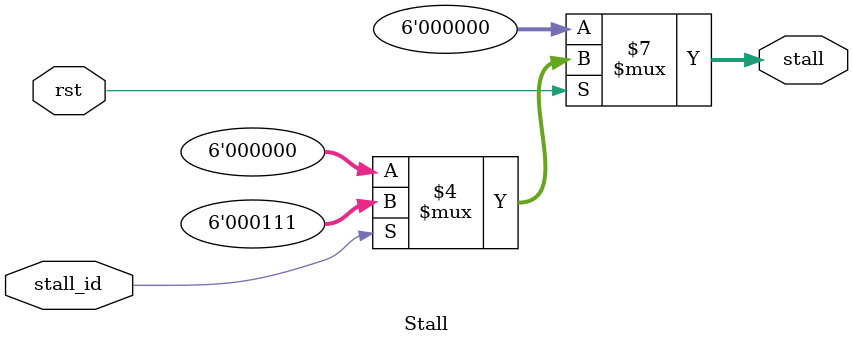
<source format=v>
`timescale 1ns / 1ps
module Stall(
input rst,
input stall_id,
output reg [5:0] stall
    );
always@(*)
begin
	if(~rst)
		begin
			stall <= 6'b000000;
		end
	else if(stall_id)
		begin
			stall <= 6'b000111;
		end
	else
		begin
			stall <= 6'b000000;
		end
end

endmodule

</source>
